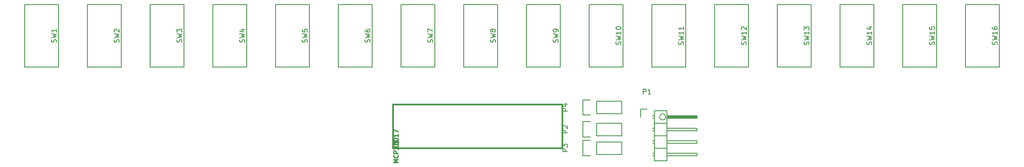
<source format=gbr>
G04 #@! TF.FileFunction,Legend,Top*
%FSLAX46Y46*%
G04 Gerber Fmt 4.6, Leading zero omitted, Abs format (unit mm)*
G04 Created by KiCad (PCBNEW 4.0.2-stable) date 12/08/2016 19:46:14*
%MOMM*%
G01*
G04 APERTURE LIST*
%ADD10C,0.100000*%
%ADD11C,0.200000*%
%ADD12C,0.150000*%
%ADD13C,0.304800*%
%ADD14C,0.222250*%
G04 APERTURE END LIST*
D10*
D11*
X202565000Y-40640000D02*
G75*
G03X202565000Y-40640000I-635000J0D01*
G01*
D12*
X188595000Y-44450000D02*
X193675000Y-44450000D01*
X193675000Y-44450000D02*
X193675000Y-41910000D01*
X193675000Y-41910000D02*
X188595000Y-41910000D01*
X185775000Y-41630000D02*
X187325000Y-41630000D01*
X188595000Y-41910000D02*
X188595000Y-44450000D01*
X187325000Y-44730000D02*
X185775000Y-44730000D01*
X185775000Y-44730000D02*
X185775000Y-41630000D01*
D13*
X147320000Y-46990000D02*
X181610000Y-46990000D01*
X181610000Y-46990000D02*
X181610000Y-38100000D01*
X181610000Y-38100000D02*
X147320000Y-38100000D01*
X147320000Y-38100000D02*
X147320000Y-46990000D01*
D12*
X263271000Y-17780000D02*
X270129000Y-17780000D01*
X270129000Y-17780000D02*
X270129000Y-30480000D01*
X270129000Y-30480000D02*
X263271000Y-30480000D01*
X263271000Y-30480000D02*
X263271000Y-17780000D01*
X250571000Y-17780000D02*
X257429000Y-17780000D01*
X257429000Y-17780000D02*
X257429000Y-30480000D01*
X257429000Y-30480000D02*
X250571000Y-30480000D01*
X250571000Y-30480000D02*
X250571000Y-17780000D01*
X237871000Y-17780000D02*
X244729000Y-17780000D01*
X244729000Y-17780000D02*
X244729000Y-30480000D01*
X244729000Y-30480000D02*
X237871000Y-30480000D01*
X237871000Y-30480000D02*
X237871000Y-17780000D01*
X225171000Y-17780000D02*
X232029000Y-17780000D01*
X232029000Y-17780000D02*
X232029000Y-30480000D01*
X232029000Y-30480000D02*
X225171000Y-30480000D01*
X225171000Y-30480000D02*
X225171000Y-17780000D01*
X212471000Y-17780000D02*
X219329000Y-17780000D01*
X219329000Y-17780000D02*
X219329000Y-30480000D01*
X219329000Y-30480000D02*
X212471000Y-30480000D01*
X212471000Y-30480000D02*
X212471000Y-17780000D01*
X199771000Y-17780000D02*
X206629000Y-17780000D01*
X206629000Y-17780000D02*
X206629000Y-30480000D01*
X206629000Y-30480000D02*
X199771000Y-30480000D01*
X199771000Y-30480000D02*
X199771000Y-17780000D01*
X187071000Y-17780000D02*
X193929000Y-17780000D01*
X193929000Y-17780000D02*
X193929000Y-30480000D01*
X193929000Y-30480000D02*
X187071000Y-30480000D01*
X187071000Y-30480000D02*
X187071000Y-17780000D01*
X174371000Y-17780000D02*
X181229000Y-17780000D01*
X181229000Y-17780000D02*
X181229000Y-30480000D01*
X181229000Y-30480000D02*
X174371000Y-30480000D01*
X174371000Y-30480000D02*
X174371000Y-17780000D01*
X161671000Y-17780000D02*
X168529000Y-17780000D01*
X168529000Y-17780000D02*
X168529000Y-30480000D01*
X168529000Y-30480000D02*
X161671000Y-30480000D01*
X161671000Y-30480000D02*
X161671000Y-17780000D01*
X148971000Y-17780000D02*
X155829000Y-17780000D01*
X155829000Y-17780000D02*
X155829000Y-30480000D01*
X155829000Y-30480000D02*
X148971000Y-30480000D01*
X148971000Y-30480000D02*
X148971000Y-17780000D01*
X136271000Y-17780000D02*
X143129000Y-17780000D01*
X143129000Y-17780000D02*
X143129000Y-30480000D01*
X143129000Y-30480000D02*
X136271000Y-30480000D01*
X136271000Y-30480000D02*
X136271000Y-17780000D01*
X123571000Y-17780000D02*
X130429000Y-17780000D01*
X130429000Y-17780000D02*
X130429000Y-30480000D01*
X130429000Y-30480000D02*
X123571000Y-30480000D01*
X123571000Y-30480000D02*
X123571000Y-17780000D01*
X110871000Y-17780000D02*
X117729000Y-17780000D01*
X117729000Y-17780000D02*
X117729000Y-30480000D01*
X117729000Y-30480000D02*
X110871000Y-30480000D01*
X110871000Y-30480000D02*
X110871000Y-17780000D01*
X98171000Y-17780000D02*
X105029000Y-17780000D01*
X105029000Y-17780000D02*
X105029000Y-30480000D01*
X105029000Y-30480000D02*
X98171000Y-30480000D01*
X98171000Y-30480000D02*
X98171000Y-17780000D01*
X85471000Y-17780000D02*
X92329000Y-17780000D01*
X92329000Y-17780000D02*
X92329000Y-30480000D01*
X92329000Y-30480000D02*
X85471000Y-30480000D01*
X85471000Y-30480000D02*
X85471000Y-17780000D01*
X72771000Y-17780000D02*
X79629000Y-17780000D01*
X79629000Y-17780000D02*
X79629000Y-30480000D01*
X79629000Y-30480000D02*
X72771000Y-30480000D01*
X72771000Y-30480000D02*
X72771000Y-17780000D01*
X197455000Y-39090000D02*
X197455000Y-40640000D01*
X198755000Y-39090000D02*
X197455000Y-39090000D01*
X202946000Y-40513000D02*
X208788000Y-40513000D01*
X208788000Y-40513000D02*
X208788000Y-40767000D01*
X208788000Y-40767000D02*
X202946000Y-40767000D01*
X202946000Y-40767000D02*
X202946000Y-40640000D01*
X202946000Y-40640000D02*
X208788000Y-40640000D01*
X200279000Y-40386000D02*
X199898000Y-40386000D01*
X200279000Y-40894000D02*
X199898000Y-40894000D01*
X200279000Y-42926000D02*
X199898000Y-42926000D01*
X200279000Y-43434000D02*
X199898000Y-43434000D01*
X200279000Y-45466000D02*
X199898000Y-45466000D01*
X200279000Y-45974000D02*
X199898000Y-45974000D01*
X200279000Y-48514000D02*
X199898000Y-48514000D01*
X200279000Y-48006000D02*
X199898000Y-48006000D01*
X200279000Y-39370000D02*
X202819000Y-39370000D01*
X200279000Y-41910000D02*
X202819000Y-41910000D01*
X200279000Y-41910000D02*
X200279000Y-44450000D01*
X200279000Y-44450000D02*
X202819000Y-44450000D01*
X202819000Y-42926000D02*
X208915000Y-42926000D01*
X208915000Y-42926000D02*
X208915000Y-43434000D01*
X208915000Y-43434000D02*
X202819000Y-43434000D01*
X202819000Y-44450000D02*
X202819000Y-41910000D01*
X202819000Y-41910000D02*
X202819000Y-39370000D01*
X208915000Y-40894000D02*
X202819000Y-40894000D01*
X208915000Y-40386000D02*
X208915000Y-40894000D01*
X202819000Y-40386000D02*
X208915000Y-40386000D01*
X200279000Y-41910000D02*
X202819000Y-41910000D01*
X200279000Y-39370000D02*
X200279000Y-41910000D01*
X200279000Y-46990000D02*
X202819000Y-46990000D01*
X200279000Y-46990000D02*
X200279000Y-49530000D01*
X200279000Y-49530000D02*
X202819000Y-49530000D01*
X202819000Y-48006000D02*
X208915000Y-48006000D01*
X208915000Y-48006000D02*
X208915000Y-48514000D01*
X208915000Y-48514000D02*
X202819000Y-48514000D01*
X202819000Y-49530000D02*
X202819000Y-46990000D01*
X202819000Y-46990000D02*
X202819000Y-44450000D01*
X208915000Y-45974000D02*
X202819000Y-45974000D01*
X208915000Y-45466000D02*
X208915000Y-45974000D01*
X202819000Y-45466000D02*
X208915000Y-45466000D01*
X200279000Y-46990000D02*
X202819000Y-46990000D01*
X200279000Y-44450000D02*
X200279000Y-46990000D01*
X200279000Y-44450000D02*
X202819000Y-44450000D01*
X188595000Y-48260000D02*
X193675000Y-48260000D01*
X193675000Y-48260000D02*
X193675000Y-45720000D01*
X193675000Y-45720000D02*
X188595000Y-45720000D01*
X185775000Y-45440000D02*
X187325000Y-45440000D01*
X188595000Y-45720000D02*
X188595000Y-48260000D01*
X187325000Y-48540000D02*
X185775000Y-48540000D01*
X185775000Y-48540000D02*
X185775000Y-45440000D01*
X188595000Y-40005000D02*
X193675000Y-40005000D01*
X193675000Y-40005000D02*
X193675000Y-37465000D01*
X193675000Y-37465000D02*
X188595000Y-37465000D01*
X185775000Y-37185000D02*
X187325000Y-37185000D01*
X188595000Y-37465000D02*
X188595000Y-40005000D01*
X187325000Y-40285000D02*
X185775000Y-40285000D01*
X185775000Y-40285000D02*
X185775000Y-37185000D01*
X182677381Y-43918095D02*
X181677381Y-43918095D01*
X181677381Y-43537142D01*
X181725000Y-43441904D01*
X181772619Y-43394285D01*
X181867857Y-43346666D01*
X182010714Y-43346666D01*
X182105952Y-43394285D01*
X182153571Y-43441904D01*
X182201190Y-43537142D01*
X182201190Y-43918095D01*
X181772619Y-42965714D02*
X181725000Y-42918095D01*
X181677381Y-42822857D01*
X181677381Y-42584761D01*
X181725000Y-42489523D01*
X181772619Y-42441904D01*
X181867857Y-42394285D01*
X181963095Y-42394285D01*
X182105952Y-42441904D01*
X182677381Y-43013333D01*
X182677381Y-42394285D01*
D14*
X147468167Y-46778333D02*
X148187833Y-46778333D01*
X148272500Y-46736000D01*
X148314833Y-46693667D01*
X148357167Y-46609000D01*
X148357167Y-46439667D01*
X148314833Y-46355000D01*
X148272500Y-46312667D01*
X148187833Y-46270333D01*
X147468167Y-46270333D01*
X148357167Y-45381334D02*
X148357167Y-45889334D01*
X148357167Y-45635334D02*
X147468167Y-45635334D01*
X147595167Y-45720000D01*
X147679833Y-45804667D01*
X147722167Y-45889334D01*
D13*
D14*
X148357167Y-49911000D02*
X147468167Y-49911000D01*
X148103167Y-49614667D01*
X147468167Y-49318334D01*
X148357167Y-49318334D01*
X148272500Y-48387000D02*
X148314833Y-48429334D01*
X148357167Y-48556334D01*
X148357167Y-48641000D01*
X148314833Y-48768000D01*
X148230167Y-48852667D01*
X148145500Y-48895000D01*
X147976167Y-48937334D01*
X147849167Y-48937334D01*
X147679833Y-48895000D01*
X147595167Y-48852667D01*
X147510500Y-48768000D01*
X147468167Y-48641000D01*
X147468167Y-48556334D01*
X147510500Y-48429334D01*
X147552833Y-48387000D01*
X148357167Y-48006000D02*
X147468167Y-48006000D01*
X147468167Y-47667334D01*
X147510500Y-47582667D01*
X147552833Y-47540334D01*
X147637500Y-47498000D01*
X147764500Y-47498000D01*
X147849167Y-47540334D01*
X147891500Y-47582667D01*
X147933833Y-47667334D01*
X147933833Y-48006000D01*
X147552833Y-47159334D02*
X147510500Y-47117000D01*
X147468167Y-47032334D01*
X147468167Y-46820667D01*
X147510500Y-46736000D01*
X147552833Y-46693667D01*
X147637500Y-46651334D01*
X147722167Y-46651334D01*
X147849167Y-46693667D01*
X148357167Y-47201667D01*
X148357167Y-46651334D01*
X147468167Y-46355000D02*
X147468167Y-45804667D01*
X147806833Y-46101000D01*
X147806833Y-45974000D01*
X147849167Y-45889333D01*
X147891500Y-45847000D01*
X147976167Y-45804667D01*
X148187833Y-45804667D01*
X148272500Y-45847000D01*
X148314833Y-45889333D01*
X148357167Y-45974000D01*
X148357167Y-46228000D01*
X148314833Y-46312667D01*
X148272500Y-46355000D01*
X147468167Y-45254333D02*
X147468167Y-45169666D01*
X147510500Y-45085000D01*
X147552833Y-45042666D01*
X147637500Y-45000333D01*
X147806833Y-44958000D01*
X148018500Y-44958000D01*
X148187833Y-45000333D01*
X148272500Y-45042666D01*
X148314833Y-45085000D01*
X148357167Y-45169666D01*
X148357167Y-45254333D01*
X148314833Y-45339000D01*
X148272500Y-45381333D01*
X148187833Y-45423666D01*
X148018500Y-45466000D01*
X147806833Y-45466000D01*
X147637500Y-45423666D01*
X147552833Y-45381333D01*
X147510500Y-45339000D01*
X147468167Y-45254333D01*
X148357167Y-44111333D02*
X148357167Y-44619333D01*
X148357167Y-44365333D02*
X147468167Y-44365333D01*
X147595167Y-44449999D01*
X147679833Y-44534666D01*
X147722167Y-44619333D01*
X147468167Y-43814999D02*
X147468167Y-43222332D01*
X148357167Y-43603332D01*
D13*
D12*
X269644762Y-25939524D02*
X269692381Y-25796667D01*
X269692381Y-25558571D01*
X269644762Y-25463333D01*
X269597143Y-25415714D01*
X269501905Y-25368095D01*
X269406667Y-25368095D01*
X269311429Y-25415714D01*
X269263810Y-25463333D01*
X269216190Y-25558571D01*
X269168571Y-25749048D01*
X269120952Y-25844286D01*
X269073333Y-25891905D01*
X268978095Y-25939524D01*
X268882857Y-25939524D01*
X268787619Y-25891905D01*
X268740000Y-25844286D01*
X268692381Y-25749048D01*
X268692381Y-25510952D01*
X268740000Y-25368095D01*
X268692381Y-25034762D02*
X269692381Y-24796667D01*
X268978095Y-24606190D01*
X269692381Y-24415714D01*
X268692381Y-24177619D01*
X269692381Y-23272857D02*
X269692381Y-23844286D01*
X269692381Y-23558572D02*
X268692381Y-23558572D01*
X268835238Y-23653810D01*
X268930476Y-23749048D01*
X268978095Y-23844286D01*
X268692381Y-22415714D02*
X268692381Y-22606191D01*
X268740000Y-22701429D01*
X268787619Y-22749048D01*
X268930476Y-22844286D01*
X269120952Y-22891905D01*
X269501905Y-22891905D01*
X269597143Y-22844286D01*
X269644762Y-22796667D01*
X269692381Y-22701429D01*
X269692381Y-22510952D01*
X269644762Y-22415714D01*
X269597143Y-22368095D01*
X269501905Y-22320476D01*
X269263810Y-22320476D01*
X269168571Y-22368095D01*
X269120952Y-22415714D01*
X269073333Y-22510952D01*
X269073333Y-22701429D01*
X269120952Y-22796667D01*
X269168571Y-22844286D01*
X269263810Y-22891905D01*
X256944762Y-25939524D02*
X256992381Y-25796667D01*
X256992381Y-25558571D01*
X256944762Y-25463333D01*
X256897143Y-25415714D01*
X256801905Y-25368095D01*
X256706667Y-25368095D01*
X256611429Y-25415714D01*
X256563810Y-25463333D01*
X256516190Y-25558571D01*
X256468571Y-25749048D01*
X256420952Y-25844286D01*
X256373333Y-25891905D01*
X256278095Y-25939524D01*
X256182857Y-25939524D01*
X256087619Y-25891905D01*
X256040000Y-25844286D01*
X255992381Y-25749048D01*
X255992381Y-25510952D01*
X256040000Y-25368095D01*
X255992381Y-25034762D02*
X256992381Y-24796667D01*
X256278095Y-24606190D01*
X256992381Y-24415714D01*
X255992381Y-24177619D01*
X256992381Y-23272857D02*
X256992381Y-23844286D01*
X256992381Y-23558572D02*
X255992381Y-23558572D01*
X256135238Y-23653810D01*
X256230476Y-23749048D01*
X256278095Y-23844286D01*
X255992381Y-22368095D02*
X255992381Y-22844286D01*
X256468571Y-22891905D01*
X256420952Y-22844286D01*
X256373333Y-22749048D01*
X256373333Y-22510952D01*
X256420952Y-22415714D01*
X256468571Y-22368095D01*
X256563810Y-22320476D01*
X256801905Y-22320476D01*
X256897143Y-22368095D01*
X256944762Y-22415714D01*
X256992381Y-22510952D01*
X256992381Y-22749048D01*
X256944762Y-22844286D01*
X256897143Y-22891905D01*
X244244762Y-25939524D02*
X244292381Y-25796667D01*
X244292381Y-25558571D01*
X244244762Y-25463333D01*
X244197143Y-25415714D01*
X244101905Y-25368095D01*
X244006667Y-25368095D01*
X243911429Y-25415714D01*
X243863810Y-25463333D01*
X243816190Y-25558571D01*
X243768571Y-25749048D01*
X243720952Y-25844286D01*
X243673333Y-25891905D01*
X243578095Y-25939524D01*
X243482857Y-25939524D01*
X243387619Y-25891905D01*
X243340000Y-25844286D01*
X243292381Y-25749048D01*
X243292381Y-25510952D01*
X243340000Y-25368095D01*
X243292381Y-25034762D02*
X244292381Y-24796667D01*
X243578095Y-24606190D01*
X244292381Y-24415714D01*
X243292381Y-24177619D01*
X244292381Y-23272857D02*
X244292381Y-23844286D01*
X244292381Y-23558572D02*
X243292381Y-23558572D01*
X243435238Y-23653810D01*
X243530476Y-23749048D01*
X243578095Y-23844286D01*
X243625714Y-22415714D02*
X244292381Y-22415714D01*
X243244762Y-22653810D02*
X243959048Y-22891905D01*
X243959048Y-22272857D01*
X231544762Y-25939524D02*
X231592381Y-25796667D01*
X231592381Y-25558571D01*
X231544762Y-25463333D01*
X231497143Y-25415714D01*
X231401905Y-25368095D01*
X231306667Y-25368095D01*
X231211429Y-25415714D01*
X231163810Y-25463333D01*
X231116190Y-25558571D01*
X231068571Y-25749048D01*
X231020952Y-25844286D01*
X230973333Y-25891905D01*
X230878095Y-25939524D01*
X230782857Y-25939524D01*
X230687619Y-25891905D01*
X230640000Y-25844286D01*
X230592381Y-25749048D01*
X230592381Y-25510952D01*
X230640000Y-25368095D01*
X230592381Y-25034762D02*
X231592381Y-24796667D01*
X230878095Y-24606190D01*
X231592381Y-24415714D01*
X230592381Y-24177619D01*
X231592381Y-23272857D02*
X231592381Y-23844286D01*
X231592381Y-23558572D02*
X230592381Y-23558572D01*
X230735238Y-23653810D01*
X230830476Y-23749048D01*
X230878095Y-23844286D01*
X230592381Y-22939524D02*
X230592381Y-22320476D01*
X230973333Y-22653810D01*
X230973333Y-22510952D01*
X231020952Y-22415714D01*
X231068571Y-22368095D01*
X231163810Y-22320476D01*
X231401905Y-22320476D01*
X231497143Y-22368095D01*
X231544762Y-22415714D01*
X231592381Y-22510952D01*
X231592381Y-22796667D01*
X231544762Y-22891905D01*
X231497143Y-22939524D01*
X218844762Y-25939524D02*
X218892381Y-25796667D01*
X218892381Y-25558571D01*
X218844762Y-25463333D01*
X218797143Y-25415714D01*
X218701905Y-25368095D01*
X218606667Y-25368095D01*
X218511429Y-25415714D01*
X218463810Y-25463333D01*
X218416190Y-25558571D01*
X218368571Y-25749048D01*
X218320952Y-25844286D01*
X218273333Y-25891905D01*
X218178095Y-25939524D01*
X218082857Y-25939524D01*
X217987619Y-25891905D01*
X217940000Y-25844286D01*
X217892381Y-25749048D01*
X217892381Y-25510952D01*
X217940000Y-25368095D01*
X217892381Y-25034762D02*
X218892381Y-24796667D01*
X218178095Y-24606190D01*
X218892381Y-24415714D01*
X217892381Y-24177619D01*
X218892381Y-23272857D02*
X218892381Y-23844286D01*
X218892381Y-23558572D02*
X217892381Y-23558572D01*
X218035238Y-23653810D01*
X218130476Y-23749048D01*
X218178095Y-23844286D01*
X217987619Y-22891905D02*
X217940000Y-22844286D01*
X217892381Y-22749048D01*
X217892381Y-22510952D01*
X217940000Y-22415714D01*
X217987619Y-22368095D01*
X218082857Y-22320476D01*
X218178095Y-22320476D01*
X218320952Y-22368095D01*
X218892381Y-22939524D01*
X218892381Y-22320476D01*
X206144762Y-25939524D02*
X206192381Y-25796667D01*
X206192381Y-25558571D01*
X206144762Y-25463333D01*
X206097143Y-25415714D01*
X206001905Y-25368095D01*
X205906667Y-25368095D01*
X205811429Y-25415714D01*
X205763810Y-25463333D01*
X205716190Y-25558571D01*
X205668571Y-25749048D01*
X205620952Y-25844286D01*
X205573333Y-25891905D01*
X205478095Y-25939524D01*
X205382857Y-25939524D01*
X205287619Y-25891905D01*
X205240000Y-25844286D01*
X205192381Y-25749048D01*
X205192381Y-25510952D01*
X205240000Y-25368095D01*
X205192381Y-25034762D02*
X206192381Y-24796667D01*
X205478095Y-24606190D01*
X206192381Y-24415714D01*
X205192381Y-24177619D01*
X206192381Y-23272857D02*
X206192381Y-23844286D01*
X206192381Y-23558572D02*
X205192381Y-23558572D01*
X205335238Y-23653810D01*
X205430476Y-23749048D01*
X205478095Y-23844286D01*
X206192381Y-22320476D02*
X206192381Y-22891905D01*
X206192381Y-22606191D02*
X205192381Y-22606191D01*
X205335238Y-22701429D01*
X205430476Y-22796667D01*
X205478095Y-22891905D01*
X193444762Y-25939524D02*
X193492381Y-25796667D01*
X193492381Y-25558571D01*
X193444762Y-25463333D01*
X193397143Y-25415714D01*
X193301905Y-25368095D01*
X193206667Y-25368095D01*
X193111429Y-25415714D01*
X193063810Y-25463333D01*
X193016190Y-25558571D01*
X192968571Y-25749048D01*
X192920952Y-25844286D01*
X192873333Y-25891905D01*
X192778095Y-25939524D01*
X192682857Y-25939524D01*
X192587619Y-25891905D01*
X192540000Y-25844286D01*
X192492381Y-25749048D01*
X192492381Y-25510952D01*
X192540000Y-25368095D01*
X192492381Y-25034762D02*
X193492381Y-24796667D01*
X192778095Y-24606190D01*
X193492381Y-24415714D01*
X192492381Y-24177619D01*
X193492381Y-23272857D02*
X193492381Y-23844286D01*
X193492381Y-23558572D02*
X192492381Y-23558572D01*
X192635238Y-23653810D01*
X192730476Y-23749048D01*
X192778095Y-23844286D01*
X192492381Y-22653810D02*
X192492381Y-22558571D01*
X192540000Y-22463333D01*
X192587619Y-22415714D01*
X192682857Y-22368095D01*
X192873333Y-22320476D01*
X193111429Y-22320476D01*
X193301905Y-22368095D01*
X193397143Y-22415714D01*
X193444762Y-22463333D01*
X193492381Y-22558571D01*
X193492381Y-22653810D01*
X193444762Y-22749048D01*
X193397143Y-22796667D01*
X193301905Y-22844286D01*
X193111429Y-22891905D01*
X192873333Y-22891905D01*
X192682857Y-22844286D01*
X192587619Y-22796667D01*
X192540000Y-22749048D01*
X192492381Y-22653810D01*
X180744762Y-25463333D02*
X180792381Y-25320476D01*
X180792381Y-25082380D01*
X180744762Y-24987142D01*
X180697143Y-24939523D01*
X180601905Y-24891904D01*
X180506667Y-24891904D01*
X180411429Y-24939523D01*
X180363810Y-24987142D01*
X180316190Y-25082380D01*
X180268571Y-25272857D01*
X180220952Y-25368095D01*
X180173333Y-25415714D01*
X180078095Y-25463333D01*
X179982857Y-25463333D01*
X179887619Y-25415714D01*
X179840000Y-25368095D01*
X179792381Y-25272857D01*
X179792381Y-25034761D01*
X179840000Y-24891904D01*
X179792381Y-24558571D02*
X180792381Y-24320476D01*
X180078095Y-24129999D01*
X180792381Y-23939523D01*
X179792381Y-23701428D01*
X180792381Y-23272857D02*
X180792381Y-23082381D01*
X180744762Y-22987142D01*
X180697143Y-22939523D01*
X180554286Y-22844285D01*
X180363810Y-22796666D01*
X179982857Y-22796666D01*
X179887619Y-22844285D01*
X179840000Y-22891904D01*
X179792381Y-22987142D01*
X179792381Y-23177619D01*
X179840000Y-23272857D01*
X179887619Y-23320476D01*
X179982857Y-23368095D01*
X180220952Y-23368095D01*
X180316190Y-23320476D01*
X180363810Y-23272857D01*
X180411429Y-23177619D01*
X180411429Y-22987142D01*
X180363810Y-22891904D01*
X180316190Y-22844285D01*
X180220952Y-22796666D01*
X168044762Y-25463333D02*
X168092381Y-25320476D01*
X168092381Y-25082380D01*
X168044762Y-24987142D01*
X167997143Y-24939523D01*
X167901905Y-24891904D01*
X167806667Y-24891904D01*
X167711429Y-24939523D01*
X167663810Y-24987142D01*
X167616190Y-25082380D01*
X167568571Y-25272857D01*
X167520952Y-25368095D01*
X167473333Y-25415714D01*
X167378095Y-25463333D01*
X167282857Y-25463333D01*
X167187619Y-25415714D01*
X167140000Y-25368095D01*
X167092381Y-25272857D01*
X167092381Y-25034761D01*
X167140000Y-24891904D01*
X167092381Y-24558571D02*
X168092381Y-24320476D01*
X167378095Y-24129999D01*
X168092381Y-23939523D01*
X167092381Y-23701428D01*
X167520952Y-23177619D02*
X167473333Y-23272857D01*
X167425714Y-23320476D01*
X167330476Y-23368095D01*
X167282857Y-23368095D01*
X167187619Y-23320476D01*
X167140000Y-23272857D01*
X167092381Y-23177619D01*
X167092381Y-22987142D01*
X167140000Y-22891904D01*
X167187619Y-22844285D01*
X167282857Y-22796666D01*
X167330476Y-22796666D01*
X167425714Y-22844285D01*
X167473333Y-22891904D01*
X167520952Y-22987142D01*
X167520952Y-23177619D01*
X167568571Y-23272857D01*
X167616190Y-23320476D01*
X167711429Y-23368095D01*
X167901905Y-23368095D01*
X167997143Y-23320476D01*
X168044762Y-23272857D01*
X168092381Y-23177619D01*
X168092381Y-22987142D01*
X168044762Y-22891904D01*
X167997143Y-22844285D01*
X167901905Y-22796666D01*
X167711429Y-22796666D01*
X167616190Y-22844285D01*
X167568571Y-22891904D01*
X167520952Y-22987142D01*
X155344762Y-25463333D02*
X155392381Y-25320476D01*
X155392381Y-25082380D01*
X155344762Y-24987142D01*
X155297143Y-24939523D01*
X155201905Y-24891904D01*
X155106667Y-24891904D01*
X155011429Y-24939523D01*
X154963810Y-24987142D01*
X154916190Y-25082380D01*
X154868571Y-25272857D01*
X154820952Y-25368095D01*
X154773333Y-25415714D01*
X154678095Y-25463333D01*
X154582857Y-25463333D01*
X154487619Y-25415714D01*
X154440000Y-25368095D01*
X154392381Y-25272857D01*
X154392381Y-25034761D01*
X154440000Y-24891904D01*
X154392381Y-24558571D02*
X155392381Y-24320476D01*
X154678095Y-24129999D01*
X155392381Y-23939523D01*
X154392381Y-23701428D01*
X154392381Y-23415714D02*
X154392381Y-22749047D01*
X155392381Y-23177619D01*
X142644762Y-25463333D02*
X142692381Y-25320476D01*
X142692381Y-25082380D01*
X142644762Y-24987142D01*
X142597143Y-24939523D01*
X142501905Y-24891904D01*
X142406667Y-24891904D01*
X142311429Y-24939523D01*
X142263810Y-24987142D01*
X142216190Y-25082380D01*
X142168571Y-25272857D01*
X142120952Y-25368095D01*
X142073333Y-25415714D01*
X141978095Y-25463333D01*
X141882857Y-25463333D01*
X141787619Y-25415714D01*
X141740000Y-25368095D01*
X141692381Y-25272857D01*
X141692381Y-25034761D01*
X141740000Y-24891904D01*
X141692381Y-24558571D02*
X142692381Y-24320476D01*
X141978095Y-24129999D01*
X142692381Y-23939523D01*
X141692381Y-23701428D01*
X141692381Y-22891904D02*
X141692381Y-23082381D01*
X141740000Y-23177619D01*
X141787619Y-23225238D01*
X141930476Y-23320476D01*
X142120952Y-23368095D01*
X142501905Y-23368095D01*
X142597143Y-23320476D01*
X142644762Y-23272857D01*
X142692381Y-23177619D01*
X142692381Y-22987142D01*
X142644762Y-22891904D01*
X142597143Y-22844285D01*
X142501905Y-22796666D01*
X142263810Y-22796666D01*
X142168571Y-22844285D01*
X142120952Y-22891904D01*
X142073333Y-22987142D01*
X142073333Y-23177619D01*
X142120952Y-23272857D01*
X142168571Y-23320476D01*
X142263810Y-23368095D01*
X129944762Y-25463333D02*
X129992381Y-25320476D01*
X129992381Y-25082380D01*
X129944762Y-24987142D01*
X129897143Y-24939523D01*
X129801905Y-24891904D01*
X129706667Y-24891904D01*
X129611429Y-24939523D01*
X129563810Y-24987142D01*
X129516190Y-25082380D01*
X129468571Y-25272857D01*
X129420952Y-25368095D01*
X129373333Y-25415714D01*
X129278095Y-25463333D01*
X129182857Y-25463333D01*
X129087619Y-25415714D01*
X129040000Y-25368095D01*
X128992381Y-25272857D01*
X128992381Y-25034761D01*
X129040000Y-24891904D01*
X128992381Y-24558571D02*
X129992381Y-24320476D01*
X129278095Y-24129999D01*
X129992381Y-23939523D01*
X128992381Y-23701428D01*
X128992381Y-22844285D02*
X128992381Y-23320476D01*
X129468571Y-23368095D01*
X129420952Y-23320476D01*
X129373333Y-23225238D01*
X129373333Y-22987142D01*
X129420952Y-22891904D01*
X129468571Y-22844285D01*
X129563810Y-22796666D01*
X129801905Y-22796666D01*
X129897143Y-22844285D01*
X129944762Y-22891904D01*
X129992381Y-22987142D01*
X129992381Y-23225238D01*
X129944762Y-23320476D01*
X129897143Y-23368095D01*
X117244762Y-25463333D02*
X117292381Y-25320476D01*
X117292381Y-25082380D01*
X117244762Y-24987142D01*
X117197143Y-24939523D01*
X117101905Y-24891904D01*
X117006667Y-24891904D01*
X116911429Y-24939523D01*
X116863810Y-24987142D01*
X116816190Y-25082380D01*
X116768571Y-25272857D01*
X116720952Y-25368095D01*
X116673333Y-25415714D01*
X116578095Y-25463333D01*
X116482857Y-25463333D01*
X116387619Y-25415714D01*
X116340000Y-25368095D01*
X116292381Y-25272857D01*
X116292381Y-25034761D01*
X116340000Y-24891904D01*
X116292381Y-24558571D02*
X117292381Y-24320476D01*
X116578095Y-24129999D01*
X117292381Y-23939523D01*
X116292381Y-23701428D01*
X116625714Y-22891904D02*
X117292381Y-22891904D01*
X116244762Y-23130000D02*
X116959048Y-23368095D01*
X116959048Y-22749047D01*
X104544762Y-25463333D02*
X104592381Y-25320476D01*
X104592381Y-25082380D01*
X104544762Y-24987142D01*
X104497143Y-24939523D01*
X104401905Y-24891904D01*
X104306667Y-24891904D01*
X104211429Y-24939523D01*
X104163810Y-24987142D01*
X104116190Y-25082380D01*
X104068571Y-25272857D01*
X104020952Y-25368095D01*
X103973333Y-25415714D01*
X103878095Y-25463333D01*
X103782857Y-25463333D01*
X103687619Y-25415714D01*
X103640000Y-25368095D01*
X103592381Y-25272857D01*
X103592381Y-25034761D01*
X103640000Y-24891904D01*
X103592381Y-24558571D02*
X104592381Y-24320476D01*
X103878095Y-24129999D01*
X104592381Y-23939523D01*
X103592381Y-23701428D01*
X103592381Y-23415714D02*
X103592381Y-22796666D01*
X103973333Y-23130000D01*
X103973333Y-22987142D01*
X104020952Y-22891904D01*
X104068571Y-22844285D01*
X104163810Y-22796666D01*
X104401905Y-22796666D01*
X104497143Y-22844285D01*
X104544762Y-22891904D01*
X104592381Y-22987142D01*
X104592381Y-23272857D01*
X104544762Y-23368095D01*
X104497143Y-23415714D01*
X91844762Y-25463333D02*
X91892381Y-25320476D01*
X91892381Y-25082380D01*
X91844762Y-24987142D01*
X91797143Y-24939523D01*
X91701905Y-24891904D01*
X91606667Y-24891904D01*
X91511429Y-24939523D01*
X91463810Y-24987142D01*
X91416190Y-25082380D01*
X91368571Y-25272857D01*
X91320952Y-25368095D01*
X91273333Y-25415714D01*
X91178095Y-25463333D01*
X91082857Y-25463333D01*
X90987619Y-25415714D01*
X90940000Y-25368095D01*
X90892381Y-25272857D01*
X90892381Y-25034761D01*
X90940000Y-24891904D01*
X90892381Y-24558571D02*
X91892381Y-24320476D01*
X91178095Y-24129999D01*
X91892381Y-23939523D01*
X90892381Y-23701428D01*
X90987619Y-23368095D02*
X90940000Y-23320476D01*
X90892381Y-23225238D01*
X90892381Y-22987142D01*
X90940000Y-22891904D01*
X90987619Y-22844285D01*
X91082857Y-22796666D01*
X91178095Y-22796666D01*
X91320952Y-22844285D01*
X91892381Y-23415714D01*
X91892381Y-22796666D01*
X79144762Y-25463333D02*
X79192381Y-25320476D01*
X79192381Y-25082380D01*
X79144762Y-24987142D01*
X79097143Y-24939523D01*
X79001905Y-24891904D01*
X78906667Y-24891904D01*
X78811429Y-24939523D01*
X78763810Y-24987142D01*
X78716190Y-25082380D01*
X78668571Y-25272857D01*
X78620952Y-25368095D01*
X78573333Y-25415714D01*
X78478095Y-25463333D01*
X78382857Y-25463333D01*
X78287619Y-25415714D01*
X78240000Y-25368095D01*
X78192381Y-25272857D01*
X78192381Y-25034761D01*
X78240000Y-24891904D01*
X78192381Y-24558571D02*
X79192381Y-24320476D01*
X78478095Y-24129999D01*
X79192381Y-23939523D01*
X78192381Y-23701428D01*
X79192381Y-22796666D02*
X79192381Y-23368095D01*
X79192381Y-23082381D02*
X78192381Y-23082381D01*
X78335238Y-23177619D01*
X78430476Y-23272857D01*
X78478095Y-23368095D01*
X198016905Y-35992381D02*
X198016905Y-34992381D01*
X198397858Y-34992381D01*
X198493096Y-35040000D01*
X198540715Y-35087619D01*
X198588334Y-35182857D01*
X198588334Y-35325714D01*
X198540715Y-35420952D01*
X198493096Y-35468571D01*
X198397858Y-35516190D01*
X198016905Y-35516190D01*
X199540715Y-35992381D02*
X198969286Y-35992381D01*
X199255000Y-35992381D02*
X199255000Y-34992381D01*
X199159762Y-35135238D01*
X199064524Y-35230476D01*
X198969286Y-35278095D01*
X182677381Y-47728095D02*
X181677381Y-47728095D01*
X181677381Y-47347142D01*
X181725000Y-47251904D01*
X181772619Y-47204285D01*
X181867857Y-47156666D01*
X182010714Y-47156666D01*
X182105952Y-47204285D01*
X182153571Y-47251904D01*
X182201190Y-47347142D01*
X182201190Y-47728095D01*
X181677381Y-46823333D02*
X181677381Y-46204285D01*
X182058333Y-46537619D01*
X182058333Y-46394761D01*
X182105952Y-46299523D01*
X182153571Y-46251904D01*
X182248810Y-46204285D01*
X182486905Y-46204285D01*
X182582143Y-46251904D01*
X182629762Y-46299523D01*
X182677381Y-46394761D01*
X182677381Y-46680476D01*
X182629762Y-46775714D01*
X182582143Y-46823333D01*
X182677381Y-39473095D02*
X181677381Y-39473095D01*
X181677381Y-39092142D01*
X181725000Y-38996904D01*
X181772619Y-38949285D01*
X181867857Y-38901666D01*
X182010714Y-38901666D01*
X182105952Y-38949285D01*
X182153571Y-38996904D01*
X182201190Y-39092142D01*
X182201190Y-39473095D01*
X182010714Y-38044523D02*
X182677381Y-38044523D01*
X181629762Y-38282619D02*
X182344048Y-38520714D01*
X182344048Y-37901666D01*
M02*

</source>
